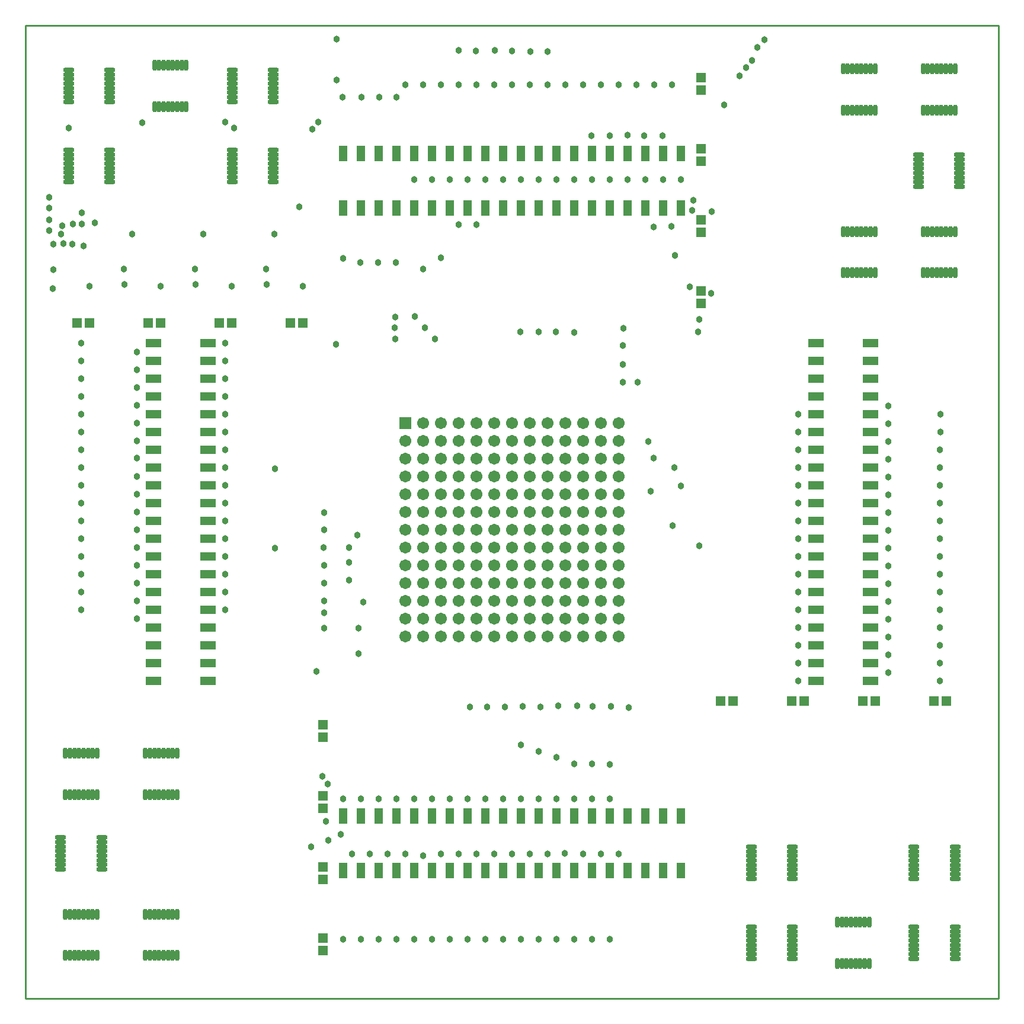
<source format=gbs>
G04 Layer_Color=16711935*
%FSLAX25Y25*%
%MOIN*%
G70*
G01*
G75*
%ADD19C,0.01000*%
%ADD28O,0.02670X0.06312*%
%ADD29R,0.04737X0.08674*%
%ADD30R,0.08674X0.04737*%
%ADD31O,0.06312X0.02670*%
%ADD33R,0.05800X0.05800*%
%ADD34R,0.05800X0.05800*%
%ADD35C,0.06706*%
%ADD36R,0.06706X0.06706*%
%ADD37C,0.03800*%
D19*
X0Y0D02*
Y547500D01*
X547500D01*
Y0D02*
Y547500D01*
X0Y0D02*
X547500D01*
D28*
X456793Y43114D02*
D03*
X459352D02*
D03*
X461911D02*
D03*
X464470D02*
D03*
X467029D02*
D03*
X469589D02*
D03*
X472148D02*
D03*
X474707D02*
D03*
X456793Y19886D02*
D03*
X459352D02*
D03*
X461911D02*
D03*
X464470D02*
D03*
X467029D02*
D03*
X469589D02*
D03*
X472148D02*
D03*
X474707D02*
D03*
X90607Y501886D02*
D03*
X88048D02*
D03*
X85489D02*
D03*
X82929D02*
D03*
X80370D02*
D03*
X77811D02*
D03*
X75252D02*
D03*
X72693D02*
D03*
X90607Y525114D02*
D03*
X88048D02*
D03*
X85489D02*
D03*
X82929D02*
D03*
X80370D02*
D03*
X77811D02*
D03*
X75252D02*
D03*
X72693D02*
D03*
X40457Y114886D02*
D03*
X37898D02*
D03*
X35339D02*
D03*
X32780D02*
D03*
X30220D02*
D03*
X27661D02*
D03*
X25102D02*
D03*
X22543D02*
D03*
X40457Y138114D02*
D03*
X37898D02*
D03*
X35339D02*
D03*
X32780D02*
D03*
X30220D02*
D03*
X27661D02*
D03*
X25102D02*
D03*
X22543D02*
D03*
X67543D02*
D03*
X70102D02*
D03*
X72661D02*
D03*
X75220D02*
D03*
X77780D02*
D03*
X80339D02*
D03*
X82898D02*
D03*
X85457D02*
D03*
X67543Y114886D02*
D03*
X70102D02*
D03*
X72661D02*
D03*
X75220D02*
D03*
X77780D02*
D03*
X80339D02*
D03*
X82898D02*
D03*
X85457D02*
D03*
X505043Y431614D02*
D03*
X507602D02*
D03*
X510161D02*
D03*
X512720D02*
D03*
X515280D02*
D03*
X517839D02*
D03*
X520398D02*
D03*
X522957D02*
D03*
X505043Y408386D02*
D03*
X507602D02*
D03*
X510161D02*
D03*
X512720D02*
D03*
X515280D02*
D03*
X517839D02*
D03*
X520398D02*
D03*
X522957D02*
D03*
X477957D02*
D03*
X475398D02*
D03*
X472839D02*
D03*
X470280D02*
D03*
X467720D02*
D03*
X465161D02*
D03*
X462602D02*
D03*
X460043D02*
D03*
X477957Y431614D02*
D03*
X475398D02*
D03*
X472839D02*
D03*
X470280D02*
D03*
X467720D02*
D03*
X465161D02*
D03*
X462602D02*
D03*
X460043D02*
D03*
X505043Y523114D02*
D03*
X507602D02*
D03*
X510161D02*
D03*
X512720D02*
D03*
X515280D02*
D03*
X517839D02*
D03*
X520398D02*
D03*
X522957D02*
D03*
X505043Y499886D02*
D03*
X507602D02*
D03*
X510161D02*
D03*
X512720D02*
D03*
X515280D02*
D03*
X517839D02*
D03*
X520398D02*
D03*
X522957D02*
D03*
X477957D02*
D03*
X475398D02*
D03*
X472839D02*
D03*
X470280D02*
D03*
X467720D02*
D03*
X465161D02*
D03*
X462602D02*
D03*
X460043D02*
D03*
X477957Y523114D02*
D03*
X475398D02*
D03*
X472839D02*
D03*
X470280D02*
D03*
X467720D02*
D03*
X465161D02*
D03*
X462602D02*
D03*
X460043D02*
D03*
X67543Y47614D02*
D03*
X70102D02*
D03*
X72661D02*
D03*
X75220D02*
D03*
X77780D02*
D03*
X80339D02*
D03*
X82898D02*
D03*
X85457D02*
D03*
X67543Y24386D02*
D03*
X70102D02*
D03*
X72661D02*
D03*
X75220D02*
D03*
X77780D02*
D03*
X80339D02*
D03*
X82898D02*
D03*
X85457D02*
D03*
X40457D02*
D03*
X37898D02*
D03*
X35339D02*
D03*
X32780D02*
D03*
X30220D02*
D03*
X27661D02*
D03*
X25102D02*
D03*
X22543D02*
D03*
X40457Y47614D02*
D03*
X37898D02*
D03*
X35339D02*
D03*
X32780D02*
D03*
X30220D02*
D03*
X27661D02*
D03*
X25102D02*
D03*
X22543D02*
D03*
D29*
X328750Y444646D02*
D03*
X348750D02*
D03*
X358750D02*
D03*
X368750D02*
D03*
X338750D02*
D03*
X288750D02*
D03*
X318750D02*
D03*
X308750D02*
D03*
X298750D02*
D03*
X278750D02*
D03*
X238750D02*
D03*
X268750D02*
D03*
X258750D02*
D03*
X248750D02*
D03*
X228750D02*
D03*
X188750D02*
D03*
X218750D02*
D03*
X208750D02*
D03*
X198750D02*
D03*
X178750D02*
D03*
Y475354D02*
D03*
X198750D02*
D03*
X208750D02*
D03*
X218750D02*
D03*
X188750D02*
D03*
X228750D02*
D03*
X248750D02*
D03*
X258750D02*
D03*
X268750D02*
D03*
X238750D02*
D03*
X278750D02*
D03*
X298750D02*
D03*
X308750D02*
D03*
X318750D02*
D03*
X288750D02*
D03*
X338750D02*
D03*
X368750D02*
D03*
X358750D02*
D03*
X348750D02*
D03*
X328750D02*
D03*
X218750Y102854D02*
D03*
X198750D02*
D03*
X188750D02*
D03*
X178750D02*
D03*
X208750D02*
D03*
X258750D02*
D03*
X228750D02*
D03*
X238750D02*
D03*
X248750D02*
D03*
X268750D02*
D03*
X308750D02*
D03*
X278750D02*
D03*
X288750D02*
D03*
X298750D02*
D03*
X318750D02*
D03*
X358750D02*
D03*
X328750D02*
D03*
X338750D02*
D03*
X348750D02*
D03*
X368750D02*
D03*
Y72146D02*
D03*
X348750D02*
D03*
X338750D02*
D03*
X328750D02*
D03*
X358750D02*
D03*
X318750D02*
D03*
X298750D02*
D03*
X288750D02*
D03*
X278750D02*
D03*
X308750D02*
D03*
X268750D02*
D03*
X248750D02*
D03*
X238750D02*
D03*
X228750D02*
D03*
X258750D02*
D03*
X208750D02*
D03*
X178750D02*
D03*
X188750D02*
D03*
X198750D02*
D03*
X218750D02*
D03*
D30*
X444646Y218750D02*
D03*
Y198750D02*
D03*
Y188750D02*
D03*
Y178750D02*
D03*
Y208750D02*
D03*
Y258750D02*
D03*
Y228750D02*
D03*
Y238750D02*
D03*
Y248750D02*
D03*
Y268750D02*
D03*
Y308750D02*
D03*
Y278750D02*
D03*
Y288750D02*
D03*
Y298750D02*
D03*
Y318750D02*
D03*
Y358750D02*
D03*
Y328750D02*
D03*
Y338750D02*
D03*
Y348750D02*
D03*
Y368750D02*
D03*
X475354D02*
D03*
Y348750D02*
D03*
Y338750D02*
D03*
Y328750D02*
D03*
Y358750D02*
D03*
Y318750D02*
D03*
Y298750D02*
D03*
Y288750D02*
D03*
Y278750D02*
D03*
Y308750D02*
D03*
Y268750D02*
D03*
Y248750D02*
D03*
Y238750D02*
D03*
Y228750D02*
D03*
Y258750D02*
D03*
Y208750D02*
D03*
Y178750D02*
D03*
Y188750D02*
D03*
Y198750D02*
D03*
Y218750D02*
D03*
X102854Y328750D02*
D03*
Y348750D02*
D03*
Y358750D02*
D03*
Y368750D02*
D03*
Y338750D02*
D03*
Y288750D02*
D03*
Y318750D02*
D03*
Y308750D02*
D03*
Y298750D02*
D03*
Y278750D02*
D03*
Y238750D02*
D03*
Y268750D02*
D03*
Y258750D02*
D03*
Y248750D02*
D03*
Y228750D02*
D03*
Y188750D02*
D03*
Y218750D02*
D03*
Y208750D02*
D03*
Y198750D02*
D03*
Y178750D02*
D03*
X72146D02*
D03*
Y198750D02*
D03*
Y208750D02*
D03*
Y218750D02*
D03*
Y188750D02*
D03*
Y228750D02*
D03*
Y248750D02*
D03*
Y258750D02*
D03*
Y268750D02*
D03*
Y238750D02*
D03*
Y278750D02*
D03*
Y298750D02*
D03*
Y308750D02*
D03*
Y318750D02*
D03*
Y288750D02*
D03*
Y338750D02*
D03*
Y368750D02*
D03*
Y358750D02*
D03*
Y348750D02*
D03*
Y328750D02*
D03*
D31*
X43114Y90707D02*
D03*
Y88148D02*
D03*
Y85589D02*
D03*
Y83030D02*
D03*
Y80471D02*
D03*
Y77911D02*
D03*
Y75352D02*
D03*
Y72793D02*
D03*
X19886Y90707D02*
D03*
Y88148D02*
D03*
Y85589D02*
D03*
Y83030D02*
D03*
Y80471D02*
D03*
Y77911D02*
D03*
Y75352D02*
D03*
Y72793D02*
D03*
X525614Y474707D02*
D03*
Y472148D02*
D03*
Y469589D02*
D03*
Y467029D02*
D03*
Y464470D02*
D03*
Y461911D02*
D03*
Y459352D02*
D03*
Y456793D02*
D03*
X502386Y474707D02*
D03*
Y472148D02*
D03*
Y469589D02*
D03*
Y467029D02*
D03*
Y464470D02*
D03*
Y461911D02*
D03*
Y459352D02*
D03*
Y456793D02*
D03*
X499886Y67543D02*
D03*
Y70102D02*
D03*
Y72661D02*
D03*
Y75220D02*
D03*
Y77780D02*
D03*
Y80339D02*
D03*
Y82898D02*
D03*
Y85457D02*
D03*
X523114Y67543D02*
D03*
Y70102D02*
D03*
Y72661D02*
D03*
Y75220D02*
D03*
Y77780D02*
D03*
Y80339D02*
D03*
Y82898D02*
D03*
Y85457D02*
D03*
X431614Y40457D02*
D03*
Y37898D02*
D03*
Y35339D02*
D03*
Y32780D02*
D03*
Y30220D02*
D03*
Y27661D02*
D03*
Y25102D02*
D03*
Y22543D02*
D03*
X408386Y40457D02*
D03*
Y37898D02*
D03*
Y35339D02*
D03*
Y32780D02*
D03*
Y30220D02*
D03*
Y27661D02*
D03*
Y25102D02*
D03*
Y22543D02*
D03*
Y67543D02*
D03*
Y70102D02*
D03*
Y72661D02*
D03*
Y75220D02*
D03*
Y77780D02*
D03*
Y80339D02*
D03*
Y82898D02*
D03*
Y85457D02*
D03*
X431614Y67543D02*
D03*
Y70102D02*
D03*
Y72661D02*
D03*
Y75220D02*
D03*
Y77780D02*
D03*
Y80339D02*
D03*
Y82898D02*
D03*
Y85457D02*
D03*
X47614Y477457D02*
D03*
Y474898D02*
D03*
Y472339D02*
D03*
Y469780D02*
D03*
Y467220D02*
D03*
Y464661D02*
D03*
Y462102D02*
D03*
Y459543D02*
D03*
X24386Y477457D02*
D03*
Y474898D02*
D03*
Y472339D02*
D03*
Y469780D02*
D03*
Y467220D02*
D03*
Y464661D02*
D03*
Y462102D02*
D03*
Y459543D02*
D03*
X139614Y477457D02*
D03*
Y474898D02*
D03*
Y472339D02*
D03*
Y469780D02*
D03*
Y467220D02*
D03*
Y464661D02*
D03*
Y462102D02*
D03*
Y459543D02*
D03*
X116386Y477457D02*
D03*
Y474898D02*
D03*
Y472339D02*
D03*
Y469780D02*
D03*
Y467220D02*
D03*
Y464661D02*
D03*
Y462102D02*
D03*
Y459543D02*
D03*
X116386Y504543D02*
D03*
Y507102D02*
D03*
Y509661D02*
D03*
Y512220D02*
D03*
Y514780D02*
D03*
Y517339D02*
D03*
Y519898D02*
D03*
Y522457D02*
D03*
X139614Y504543D02*
D03*
Y507102D02*
D03*
Y509661D02*
D03*
Y512220D02*
D03*
Y514780D02*
D03*
Y517339D02*
D03*
Y519898D02*
D03*
Y522457D02*
D03*
X523114Y40457D02*
D03*
Y37898D02*
D03*
Y35339D02*
D03*
Y32780D02*
D03*
Y30220D02*
D03*
Y27661D02*
D03*
Y25102D02*
D03*
Y22543D02*
D03*
X499886Y40457D02*
D03*
Y37898D02*
D03*
Y35339D02*
D03*
Y32780D02*
D03*
Y30220D02*
D03*
Y27661D02*
D03*
Y25102D02*
D03*
Y22543D02*
D03*
X24386Y504543D02*
D03*
Y507102D02*
D03*
Y509661D02*
D03*
Y512220D02*
D03*
Y514780D02*
D03*
Y517339D02*
D03*
Y519898D02*
D03*
Y522457D02*
D03*
X47614Y504543D02*
D03*
Y507102D02*
D03*
Y509661D02*
D03*
Y512220D02*
D03*
Y514780D02*
D03*
Y517339D02*
D03*
Y519898D02*
D03*
Y522457D02*
D03*
D33*
X511000Y167500D02*
D03*
X518000D02*
D03*
X431000D02*
D03*
X438000D02*
D03*
X471000D02*
D03*
X478000D02*
D03*
X391000D02*
D03*
X398000D02*
D03*
X156200Y380000D02*
D03*
X149200D02*
D03*
X116200D02*
D03*
X109200D02*
D03*
X76200D02*
D03*
X69200D02*
D03*
X36200D02*
D03*
X29200D02*
D03*
D34*
X167500Y114000D02*
D03*
Y107000D02*
D03*
Y154000D02*
D03*
Y147000D02*
D03*
Y74000D02*
D03*
Y67000D02*
D03*
Y34000D02*
D03*
Y27000D02*
D03*
X380000Y391000D02*
D03*
Y398000D02*
D03*
Y431000D02*
D03*
Y438000D02*
D03*
Y471000D02*
D03*
Y478000D02*
D03*
Y511000D02*
D03*
Y518000D02*
D03*
D35*
X333750Y203750D02*
D03*
Y213750D02*
D03*
Y223750D02*
D03*
Y233750D02*
D03*
Y243750D02*
D03*
Y253750D02*
D03*
Y263750D02*
D03*
Y273750D02*
D03*
Y283750D02*
D03*
Y293750D02*
D03*
Y303750D02*
D03*
Y313750D02*
D03*
Y323750D02*
D03*
X323750Y203750D02*
D03*
Y213750D02*
D03*
Y223750D02*
D03*
Y233750D02*
D03*
Y243750D02*
D03*
Y253750D02*
D03*
Y263750D02*
D03*
Y273750D02*
D03*
Y283750D02*
D03*
Y293750D02*
D03*
Y303750D02*
D03*
Y313750D02*
D03*
Y323750D02*
D03*
X313750Y203750D02*
D03*
Y213750D02*
D03*
Y223750D02*
D03*
Y233750D02*
D03*
Y243750D02*
D03*
Y253750D02*
D03*
Y263750D02*
D03*
Y273750D02*
D03*
Y283750D02*
D03*
Y293750D02*
D03*
Y303750D02*
D03*
Y313750D02*
D03*
Y323750D02*
D03*
X303750Y203750D02*
D03*
Y213750D02*
D03*
Y223750D02*
D03*
Y233750D02*
D03*
Y243750D02*
D03*
Y253750D02*
D03*
Y263750D02*
D03*
Y273750D02*
D03*
Y283750D02*
D03*
Y293750D02*
D03*
Y303750D02*
D03*
Y313750D02*
D03*
Y323750D02*
D03*
X293750Y203750D02*
D03*
Y213750D02*
D03*
Y223750D02*
D03*
Y233750D02*
D03*
Y243750D02*
D03*
Y253750D02*
D03*
Y263750D02*
D03*
Y273750D02*
D03*
Y283750D02*
D03*
Y293750D02*
D03*
Y303750D02*
D03*
Y313750D02*
D03*
Y323750D02*
D03*
X283750Y203750D02*
D03*
Y213750D02*
D03*
Y223750D02*
D03*
Y233750D02*
D03*
Y243750D02*
D03*
Y253750D02*
D03*
Y263750D02*
D03*
Y273750D02*
D03*
Y283750D02*
D03*
Y293750D02*
D03*
Y303750D02*
D03*
Y313750D02*
D03*
Y323750D02*
D03*
X273750Y203750D02*
D03*
Y213750D02*
D03*
Y223750D02*
D03*
Y233750D02*
D03*
Y243750D02*
D03*
Y253750D02*
D03*
Y263750D02*
D03*
Y273750D02*
D03*
Y283750D02*
D03*
Y293750D02*
D03*
Y303750D02*
D03*
Y313750D02*
D03*
Y323750D02*
D03*
X263750Y203750D02*
D03*
Y213750D02*
D03*
Y223750D02*
D03*
Y233750D02*
D03*
Y243750D02*
D03*
Y253750D02*
D03*
Y263750D02*
D03*
Y273750D02*
D03*
Y283750D02*
D03*
Y293750D02*
D03*
Y303750D02*
D03*
Y313750D02*
D03*
Y323750D02*
D03*
X253750Y203750D02*
D03*
Y213750D02*
D03*
Y223750D02*
D03*
Y233750D02*
D03*
Y243750D02*
D03*
Y253750D02*
D03*
Y263750D02*
D03*
Y273750D02*
D03*
Y283750D02*
D03*
Y293750D02*
D03*
Y303750D02*
D03*
Y313750D02*
D03*
Y323750D02*
D03*
X243750Y203750D02*
D03*
Y213750D02*
D03*
Y223750D02*
D03*
Y233750D02*
D03*
Y243750D02*
D03*
Y253750D02*
D03*
Y263750D02*
D03*
Y273750D02*
D03*
Y283750D02*
D03*
Y293750D02*
D03*
Y303750D02*
D03*
Y313750D02*
D03*
Y323750D02*
D03*
X233750Y203750D02*
D03*
Y213750D02*
D03*
Y223750D02*
D03*
Y233750D02*
D03*
Y243750D02*
D03*
Y253750D02*
D03*
Y263750D02*
D03*
Y273750D02*
D03*
Y283750D02*
D03*
Y293750D02*
D03*
Y303750D02*
D03*
Y313750D02*
D03*
Y323750D02*
D03*
X223750Y203750D02*
D03*
Y213750D02*
D03*
Y223750D02*
D03*
Y233750D02*
D03*
Y243750D02*
D03*
Y253750D02*
D03*
Y263750D02*
D03*
Y273750D02*
D03*
Y283750D02*
D03*
Y293750D02*
D03*
Y303750D02*
D03*
Y313750D02*
D03*
Y323750D02*
D03*
X213750Y203750D02*
D03*
Y213750D02*
D03*
Y223750D02*
D03*
Y233750D02*
D03*
Y243750D02*
D03*
Y253750D02*
D03*
Y263750D02*
D03*
Y273750D02*
D03*
Y283750D02*
D03*
Y293750D02*
D03*
Y303750D02*
D03*
Y313750D02*
D03*
D36*
Y323750D02*
D03*
D37*
X156100Y400700D02*
D03*
X116100D02*
D03*
X76100D02*
D03*
X36100D02*
D03*
X39100Y436400D02*
D03*
X21500Y424800D02*
D03*
X26300Y424300D02*
D03*
X32700Y423500D02*
D03*
X20900Y434800D02*
D03*
X26800Y435800D02*
D03*
X31700Y435900D02*
D03*
Y442200D02*
D03*
X135566Y410514D02*
D03*
X95566D02*
D03*
X55566D02*
D03*
X15763Y410200D02*
D03*
X15800Y424600D02*
D03*
X13400Y432100D02*
D03*
X13600Y438100D02*
D03*
X13500Y444900D02*
D03*
X13362Y450638D02*
D03*
X15600Y399400D02*
D03*
X24400Y489900D02*
D03*
X135700Y401700D02*
D03*
X95700D02*
D03*
X55700D02*
D03*
X20100Y430000D02*
D03*
X60100D02*
D03*
X100100D02*
D03*
X140100D02*
D03*
X65800Y492900D02*
D03*
X154200Y445600D02*
D03*
X161400Y489100D02*
D03*
X117500Y489900D02*
D03*
X112400Y493100D02*
D03*
X164700D02*
D03*
X175200Y539900D02*
D03*
X189100Y507100D02*
D03*
X199000D02*
D03*
X208700D02*
D03*
X178600D02*
D03*
X175200Y516700D02*
D03*
X178750Y416300D02*
D03*
X208600Y413996D02*
D03*
X198600D02*
D03*
X188600D02*
D03*
X485500Y333400D02*
D03*
Y323400D02*
D03*
Y313400D02*
D03*
Y303400D02*
D03*
Y293400D02*
D03*
Y283400D02*
D03*
Y273400D02*
D03*
Y263400D02*
D03*
Y253400D02*
D03*
Y243400D02*
D03*
Y233400D02*
D03*
Y223400D02*
D03*
Y213400D02*
D03*
Y203400D02*
D03*
Y193400D02*
D03*
Y183400D02*
D03*
X514804Y328750D02*
D03*
Y318750D02*
D03*
X514350Y308750D02*
D03*
Y298750D02*
D03*
Y288750D02*
D03*
Y278750D02*
D03*
Y258750D02*
D03*
Y268750D02*
D03*
Y248750D02*
D03*
Y238750D02*
D03*
Y228750D02*
D03*
Y218750D02*
D03*
Y208750D02*
D03*
Y198750D02*
D03*
Y188750D02*
D03*
Y178750D02*
D03*
X339300Y163902D02*
D03*
X329400Y164300D02*
D03*
X319200D02*
D03*
X310500Y164700D02*
D03*
X299700D02*
D03*
X289800Y164100D02*
D03*
X279800Y164300D02*
D03*
X269800Y164200D02*
D03*
X259900Y164100D02*
D03*
X250100Y164204D02*
D03*
X434950Y178750D02*
D03*
Y188750D02*
D03*
Y198750D02*
D03*
Y208750D02*
D03*
Y218750D02*
D03*
Y228750D02*
D03*
Y238750D02*
D03*
Y248750D02*
D03*
Y258750D02*
D03*
Y268750D02*
D03*
Y278750D02*
D03*
Y288750D02*
D03*
Y298750D02*
D03*
Y308750D02*
D03*
Y318750D02*
D03*
Y328750D02*
D03*
X350400Y313400D02*
D03*
X353600Y304100D02*
D03*
X365050Y298750D02*
D03*
X368800Y288600D02*
D03*
X351700Y285600D02*
D03*
X364100Y266100D02*
D03*
X379200Y254900D02*
D03*
X187400Y208400D02*
D03*
X187300Y194200D02*
D03*
X190200Y223000D02*
D03*
X163700Y184000D02*
D03*
X140400Y298200D02*
D03*
Y253600D02*
D03*
X62850Y233850D02*
D03*
Y213850D02*
D03*
Y223850D02*
D03*
Y243850D02*
D03*
Y253850D02*
D03*
Y263850D02*
D03*
Y273850D02*
D03*
Y283850D02*
D03*
Y293850D02*
D03*
X62696Y304004D02*
D03*
X62850Y313850D02*
D03*
Y323850D02*
D03*
Y333850D02*
D03*
Y343850D02*
D03*
Y353850D02*
D03*
Y363850D02*
D03*
X167954Y223900D02*
D03*
X168000Y217100D02*
D03*
Y208300D02*
D03*
X167954Y233900D02*
D03*
Y243900D02*
D03*
X168004Y273600D02*
D03*
X167954Y263900D02*
D03*
X167700Y253900D02*
D03*
X182100Y235600D02*
D03*
Y245400D02*
D03*
X182200Y253700D02*
D03*
X186900Y260700D02*
D03*
X112550Y218750D02*
D03*
Y228750D02*
D03*
Y238750D02*
D03*
Y248750D02*
D03*
Y258750D02*
D03*
Y268750D02*
D03*
Y278750D02*
D03*
Y288750D02*
D03*
Y298750D02*
D03*
Y308750D02*
D03*
Y318750D02*
D03*
Y328750D02*
D03*
Y338750D02*
D03*
Y348750D02*
D03*
Y358750D02*
D03*
Y368750D02*
D03*
X31500D02*
D03*
Y218750D02*
D03*
Y228750D02*
D03*
Y238750D02*
D03*
Y248750D02*
D03*
Y258750D02*
D03*
Y268750D02*
D03*
Y278750D02*
D03*
Y288750D02*
D03*
Y298750D02*
D03*
Y308750D02*
D03*
Y318750D02*
D03*
Y328750D02*
D03*
Y338750D02*
D03*
Y348750D02*
D03*
Y358750D02*
D03*
X333800Y81300D02*
D03*
X323800D02*
D03*
X313800D02*
D03*
X303450Y81746D02*
D03*
X293800Y81300D02*
D03*
X283800D02*
D03*
X273800D02*
D03*
X263800D02*
D03*
X253800D02*
D03*
X243800D02*
D03*
X233800D02*
D03*
X223800Y80546D02*
D03*
X213800Y81300D02*
D03*
X203800D02*
D03*
X193800D02*
D03*
X183800D02*
D03*
X328800Y131800D02*
D03*
X318800Y132000D02*
D03*
X308800D02*
D03*
X298800Y135800D02*
D03*
X288700Y139100D02*
D03*
X278700Y142700D02*
D03*
X328750Y33450D02*
D03*
X318750D02*
D03*
X308750D02*
D03*
X298750D02*
D03*
X288750D02*
D03*
X278750D02*
D03*
X268750D02*
D03*
X258750D02*
D03*
X248750D02*
D03*
X238750D02*
D03*
X228750D02*
D03*
X218750D02*
D03*
X208750D02*
D03*
X188750D02*
D03*
X198750D02*
D03*
X178800Y33500D02*
D03*
X328750Y112450D02*
D03*
X318750D02*
D03*
X308750D02*
D03*
X298750D02*
D03*
X288750D02*
D03*
X278750D02*
D03*
X268750D02*
D03*
X258750D02*
D03*
X248750D02*
D03*
X238750D02*
D03*
X228750D02*
D03*
X218750D02*
D03*
X208750D02*
D03*
X198750D02*
D03*
X188750D02*
D03*
X178750D02*
D03*
X358500Y485600D02*
D03*
X338800Y485700D02*
D03*
X348200Y485300D02*
D03*
X328900Y485500D02*
D03*
X318500Y485300D02*
D03*
X253700Y435600D02*
D03*
X243700Y435300D02*
D03*
X233700Y416700D02*
D03*
X223700Y410600D02*
D03*
X174800Y368200D02*
D03*
X230400Y371200D02*
D03*
X208000D02*
D03*
X224700Y377400D02*
D03*
X207900D02*
D03*
X219000Y383700D02*
D03*
X208100Y383600D02*
D03*
X243700Y533600D02*
D03*
X253600Y533100D02*
D03*
X264100Y533300D02*
D03*
X284100Y532700D02*
D03*
X273700Y533200D02*
D03*
X293800Y532900D02*
D03*
X213700Y514200D02*
D03*
X223700D02*
D03*
X363700D02*
D03*
X353700D02*
D03*
X343700D02*
D03*
X333700D02*
D03*
X323700D02*
D03*
X313700D02*
D03*
X303700D02*
D03*
X293700D02*
D03*
X283700D02*
D03*
X273700D02*
D03*
X263700D02*
D03*
X253700D02*
D03*
X243700D02*
D03*
X233700D02*
D03*
X368750Y460650D02*
D03*
X358750D02*
D03*
X348750D02*
D03*
X338750D02*
D03*
X328750D02*
D03*
X318750D02*
D03*
X308750D02*
D03*
X298750D02*
D03*
X288750D02*
D03*
X278750D02*
D03*
X268750D02*
D03*
X258750D02*
D03*
X248750D02*
D03*
X238750D02*
D03*
X228750D02*
D03*
X218750D02*
D03*
X344500Y346800D02*
D03*
X336100D02*
D03*
X336200Y356800D02*
D03*
Y367600D02*
D03*
X336300Y377096D02*
D03*
X308800Y374700D02*
D03*
X298500Y375000D02*
D03*
X288700Y375100D02*
D03*
X278296D02*
D03*
X378600Y375196D02*
D03*
X379000Y382096D02*
D03*
X385900Y396896D02*
D03*
X373900Y400600D02*
D03*
X353400Y434096D02*
D03*
X363600Y434296D02*
D03*
X365400Y417996D02*
D03*
X375700Y448996D02*
D03*
X375000Y443596D02*
D03*
X386200Y442700D02*
D03*
X393200Y502696D02*
D03*
X401900Y519200D02*
D03*
X405400Y523700D02*
D03*
X408700Y527900D02*
D03*
X411800Y535200D02*
D03*
X415800Y539300D02*
D03*
X160700Y85396D02*
D03*
X170300Y88996D02*
D03*
X177400Y92596D02*
D03*
X169100Y99796D02*
D03*
X167000Y125096D02*
D03*
X170200Y120800D02*
D03*
M02*

</source>
